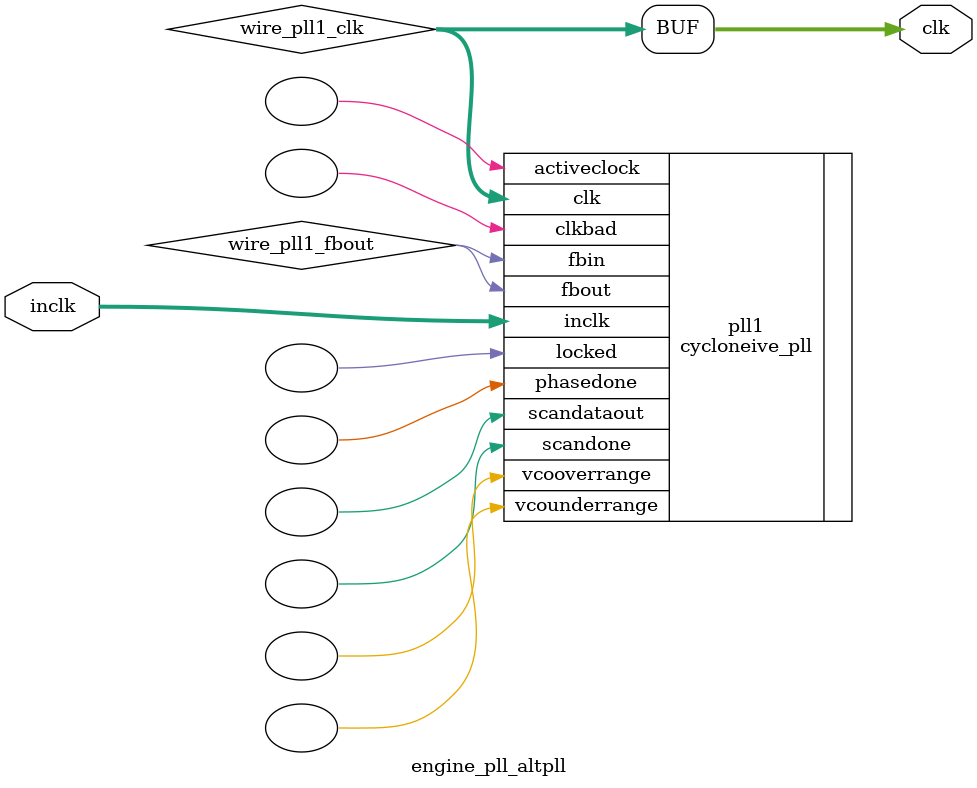
<source format=v>






//synthesis_resources = cycloneive_pll 1 
//synopsys translate_off
`timescale 1 ps / 1 ps
//synopsys translate_on
module  engine_pll_altpll
	( 
	clk,
	inclk) /* synthesis synthesis_clearbox=1 */;
	output   [4:0]  clk;
	input   [1:0]  inclk;
`ifndef ALTERA_RESERVED_QIS
// synopsys translate_off
`endif
	tri0   [1:0]  inclk;
`ifndef ALTERA_RESERVED_QIS
// synopsys translate_on
`endif

	wire  [4:0]   wire_pll1_clk;
	wire  wire_pll1_fbout;

	cycloneive_pll   pll1
	( 
	.activeclock(),
	.clk(wire_pll1_clk),
	.clkbad(),
	.fbin(wire_pll1_fbout),
	.fbout(wire_pll1_fbout),
	.inclk(inclk),
	.locked(),
	.phasedone(),
	.scandataout(),
	.scandone(),
	.vcooverrange(),
	.vcounderrange()
	`ifndef FORMAL_VERIFICATION
	// synopsys translate_off
	`endif
	,
	.areset(1'b0),
	.clkswitch(1'b0),
	.configupdate(1'b0),
	.pfdena(1'b1),
	.phasecounterselect({3{1'b0}}),
	.phasestep(1'b0),
	.phaseupdown(1'b0),
	.scanclk(1'b0),
	.scanclkena(1'b1),
	.scandata(1'b0)
	`ifndef FORMAL_VERIFICATION
	// synopsys translate_on
	`endif
	);
	defparam
		pll1.bandwidth_type = "auto",
		pll1.clk0_divide_by = 1,
		pll1.clk0_duty_cycle = 50,
		pll1.clk0_multiply_by = 2,
		pll1.clk0_phase_shift = "0",
		pll1.compensate_clock = "clk0",
		pll1.inclk0_input_frequency = 20000,
		pll1.operation_mode = "normal",
		pll1.pll_type = "auto",
		pll1.lpm_type = "cycloneive_pll";
	assign
		clk = {wire_pll1_clk[4:0]};
endmodule //engine_pll_altpll
//VALID FILE

</source>
